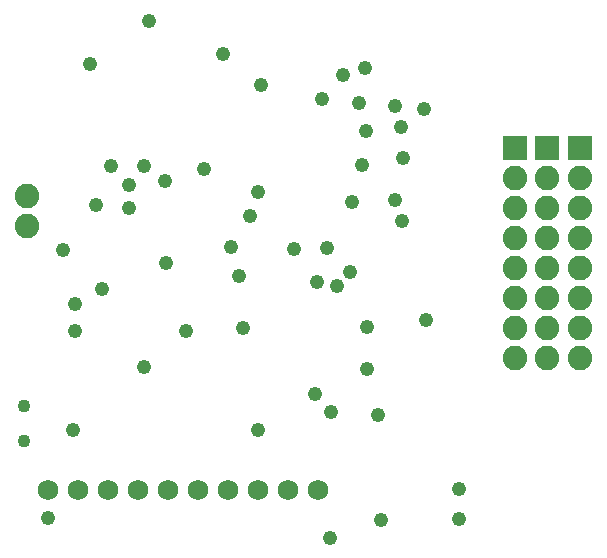
<source format=gbs>
G75*
%MOIN*%
%OFA0B0*%
%FSLAX25Y25*%
%IPPOS*%
%LPD*%
%AMOC8*
5,1,8,0,0,1.08239X$1,22.5*
%
%ADD10R,0.08200X0.08200*%
%ADD11C,0.08200*%
%ADD12C,0.06800*%
%ADD13C,0.04343*%
%ADD14C,0.04762*%
%ADD15C,0.04800*%
D10*
X0261400Y0206800D03*
X0272300Y0206800D03*
X0283200Y0206800D03*
D11*
X0283200Y0196800D03*
X0283200Y0186800D03*
X0283200Y0176800D03*
X0283200Y0166800D03*
X0283200Y0156800D03*
X0283200Y0146800D03*
X0283200Y0136800D03*
X0272300Y0136800D03*
X0272300Y0146800D03*
X0272300Y0156800D03*
X0272300Y0166800D03*
X0272300Y0176800D03*
X0272300Y0186800D03*
X0272300Y0196800D03*
X0261400Y0196800D03*
X0261400Y0186800D03*
X0261400Y0176800D03*
X0261400Y0166800D03*
X0261400Y0156800D03*
X0261400Y0146800D03*
X0261400Y0136800D03*
X0098800Y0180800D03*
X0098800Y0190800D03*
D12*
X0105800Y0092800D03*
X0115800Y0092800D03*
X0125800Y0092800D03*
X0135800Y0092800D03*
X0145800Y0092800D03*
X0155800Y0092800D03*
X0165800Y0092800D03*
X0175800Y0092800D03*
X0185800Y0092800D03*
X0195800Y0092800D03*
D13*
X0097800Y0108894D03*
X0097800Y0120706D03*
D14*
X0114100Y0112800D03*
X0106000Y0083300D03*
X0170800Y0146800D03*
X0169700Y0164100D03*
X0166800Y0173800D03*
X0173100Y0183900D03*
X0176000Y0192100D03*
X0188000Y0172900D03*
X0198800Y0173300D03*
X0206500Y0165400D03*
X0202300Y0160500D03*
X0195600Y0162100D03*
X0212200Y0146900D03*
X0212200Y0132900D03*
X0200200Y0118700D03*
X0175800Y0112800D03*
X0199800Y0076800D03*
X0216800Y0082800D03*
X0242900Y0083000D03*
X0242900Y0093000D03*
X0283200Y0136800D03*
X0231900Y0149200D03*
X0223800Y0182200D03*
X0221400Y0189200D03*
X0224200Y0203300D03*
X0223700Y0213600D03*
X0221700Y0220600D03*
X0231300Y0219700D03*
X0212000Y0212200D03*
X0209600Y0221700D03*
X0204300Y0231000D03*
X0211400Y0233200D03*
X0197100Y0222900D03*
X0176800Y0227800D03*
X0164100Y0238100D03*
X0139500Y0249100D03*
X0119800Y0234800D03*
X0126800Y0200800D03*
X0133000Y0194300D03*
X0137800Y0200800D03*
X0144800Y0195800D03*
X0157800Y0199800D03*
X0132800Y0186800D03*
X0145300Y0168200D03*
X0207300Y0188500D03*
X0210400Y0201000D03*
D15*
X0151800Y0145800D03*
X0137800Y0133800D03*
X0114800Y0145800D03*
X0114800Y0154800D03*
X0123800Y0159800D03*
X0110800Y0172800D03*
X0121800Y0187800D03*
X0194800Y0124800D03*
X0215800Y0117800D03*
M02*

</source>
